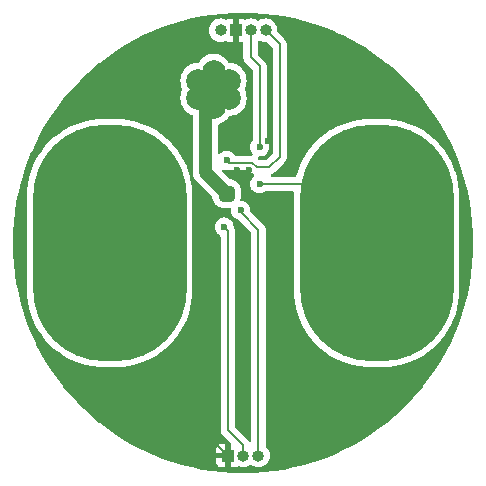
<source format=gbl>
%TF.GenerationSoftware,KiCad,Pcbnew,8.0.7*%
%TF.CreationDate,2024-12-04T21:33:04-06:00*%
%TF.ProjectId,b1,62312e6b-6963-4616-945f-706362585858,rev?*%
%TF.SameCoordinates,Original*%
%TF.FileFunction,Copper,L2,Bot*%
%TF.FilePolarity,Positive*%
%FSLAX46Y46*%
G04 Gerber Fmt 4.6, Leading zero omitted, Abs format (unit mm)*
G04 Created by KiCad (PCBNEW 8.0.7) date 2024-12-04 21:33:04*
%MOMM*%
%LPD*%
G01*
G04 APERTURE LIST*
G04 Aperture macros list*
%AMRoundRect*
0 Rectangle with rounded corners*
0 $1 Rounding radius*
0 $2 $3 $4 $5 $6 $7 $8 $9 X,Y pos of 4 corners*
0 Add a 4 corners polygon primitive as box body*
4,1,4,$2,$3,$4,$5,$6,$7,$8,$9,$2,$3,0*
0 Add four circle primitives for the rounded corners*
1,1,$1+$1,$2,$3*
1,1,$1+$1,$4,$5*
1,1,$1+$1,$6,$7*
1,1,$1+$1,$8,$9*
0 Add four rect primitives between the rounded corners*
20,1,$1+$1,$2,$3,$4,$5,0*
20,1,$1+$1,$4,$5,$6,$7,0*
20,1,$1+$1,$6,$7,$8,$9,0*
20,1,$1+$1,$8,$9,$2,$3,0*%
G04 Aperture macros list end*
%TA.AperFunction,ComponentPad*%
%ADD10O,1.000000X1.000000*%
%TD*%
%TA.AperFunction,ComponentPad*%
%ADD11R,1.000000X1.000000*%
%TD*%
%TA.AperFunction,ComponentPad*%
%ADD12C,2.000000*%
%TD*%
%TA.AperFunction,ComponentPad*%
%ADD13O,1.200000X3.200000*%
%TD*%
%TA.AperFunction,SMDPad,CuDef*%
%ADD14RoundRect,6.000000X0.500000X4.000000X-0.500000X4.000000X-0.500000X-4.000000X0.500000X-4.000000X0*%
%TD*%
%TA.AperFunction,ViaPad*%
%ADD15C,0.600000*%
%TD*%
%TA.AperFunction,Conductor*%
%ADD16C,0.200000*%
%TD*%
%TA.AperFunction,Conductor*%
%ADD17C,1.000000*%
%TD*%
%TA.AperFunction,Conductor*%
%ADD18C,0.800000*%
%TD*%
%TA.AperFunction,Conductor*%
%ADD19C,1.100000*%
%TD*%
G04 APERTURE END LIST*
D10*
%TO.P,J1,1,Pin_1*%
%TO.N,+3V0*%
X48095000Y-32000000D03*
D11*
%TO.P,J1,2,Pin_2*%
%TO.N,GND*%
X49365000Y-32000000D03*
D10*
%TO.P,J1,3,Pin_3*%
%TO.N,/SWIO*%
X50635000Y-32000000D03*
%TO.P,J1,4,Pin_4*%
%TO.N,/NRST*%
X51905000Y-32000000D03*
%TD*%
D12*
%TO.P,T51,1*%
%TO.N,+3V0*%
X47500000Y-37000000D03*
%TD*%
%TO.P,T55,1*%
%TO.N,+3V0*%
X46200961Y-37750000D03*
%TD*%
%TO.P,T53,1*%
%TO.N,+3V0*%
X48799038Y-37750000D03*
%TD*%
%TO.P,T51,1*%
%TO.N,+3V0*%
X47500000Y-35500000D03*
%TD*%
%TO.P,T56,1*%
%TO.N,+3V0*%
X46200961Y-36250000D03*
%TD*%
%TO.P,T52,1*%
%TO.N,+3V0*%
X48799038Y-36250000D03*
%TD*%
%TO.P,T54,1*%
%TO.N,+3V0*%
X47500000Y-38500000D03*
%TD*%
D13*
%TO.P,T1,1*%
%TO.N,GND*%
X50000000Y-51000000D03*
%TD*%
D11*
%TO.P,J2,1,Pin_1*%
%TO.N,GND*%
X48730000Y-68000000D03*
D10*
%TO.P,J2,2,Pin_2*%
%TO.N,/TX*%
X50000000Y-68000000D03*
%TO.P,J2,3,Pin_3*%
%TO.N,/RX*%
X51270000Y-68000000D03*
%TD*%
D14*
%TO.P,S2,1,1*%
%TO.N,/touch2*%
X61300000Y-50000000D03*
%TD*%
%TO.P,S1,1,1*%
%TO.N,/touch1*%
X38700000Y-50000000D03*
%TD*%
D15*
%TO.N,GND*%
X50500000Y-43800000D03*
X52500000Y-59700000D03*
X53500000Y-59700000D03*
X47460000Y-60000000D03*
X53500000Y-60300000D03*
X53000000Y-60600000D03*
X52500000Y-60300000D03*
X53000000Y-60000000D03*
X49500000Y-44500000D03*
X50500000Y-44500000D03*
X34221030Y-59670022D03*
X49500000Y-43800000D03*
X40675000Y-66263969D03*
X52085864Y-41383327D03*
X53000000Y-59400000D03*
%TO.N,+3V0*%
X48900000Y-46100000D03*
X48300000Y-46100000D03*
X48300000Y-45500000D03*
X48900000Y-45500000D03*
%TO.N,/NRST*%
X48604934Y-43000000D03*
%TO.N,/SWIO*%
X51400000Y-41874265D03*
%TO.N,/RX*%
X49800000Y-47244000D03*
%TO.N,/TX*%
X48396999Y-48647000D03*
%TO.N,/touch2*%
X51395066Y-44999999D03*
%TO.N,/touch1*%
X41990000Y-45000000D03*
%TD*%
D16*
%TO.N,GND*%
X52900000Y-59900000D02*
X53000000Y-60000000D01*
X50251472Y-51400000D02*
X49900000Y-51751472D01*
X47460000Y-66730000D02*
X47460000Y-60000000D01*
X50500000Y-51400000D02*
X50251472Y-51400000D01*
X48730000Y-68000000D02*
X47460000Y-66730000D01*
D17*
%TO.N,+3V0*%
X47500000Y-37000000D02*
X47498000Y-37002000D01*
D18*
X48900000Y-46100000D02*
X48900000Y-45500000D01*
X48900000Y-46100000D02*
X48300000Y-46100000D01*
X48300000Y-45500000D02*
X48900000Y-45500000D01*
D19*
X47498000Y-37002000D02*
X46800000Y-37700000D01*
X46800000Y-44000000D02*
X48300000Y-45500000D01*
D18*
X48300000Y-46100000D02*
X48300000Y-45500000D01*
D19*
X46800000Y-37700000D02*
X46800000Y-44000000D01*
D16*
%TO.N,/NRST*%
X53100000Y-33195000D02*
X51905000Y-32000000D01*
X48604934Y-43000000D02*
X48804934Y-43200000D01*
X52200000Y-43600000D02*
X53100000Y-42700000D01*
X53100000Y-42700000D02*
X53100000Y-33195000D01*
X48804934Y-43200000D02*
X50748529Y-43200000D01*
X51148529Y-43600000D02*
X52200000Y-43600000D01*
X50748529Y-43200000D02*
X51148529Y-43600000D01*
%TO.N,/SWIO*%
X51400000Y-35050000D02*
X50635000Y-34285000D01*
X51400000Y-41874265D02*
X51400000Y-35050000D01*
X50635000Y-34285000D02*
X50635000Y-32000000D01*
%TO.N,/RX*%
X51300000Y-48875000D02*
X51300000Y-67970000D01*
X51300000Y-67970000D02*
X51270000Y-68000000D01*
X49800000Y-47375000D02*
X51300000Y-48875000D01*
X49800000Y-47244000D02*
X49800000Y-47375000D01*
%TO.N,/TX*%
X50000000Y-67150000D02*
X50000000Y-68000000D01*
X48700000Y-48950001D02*
X48700000Y-65850000D01*
X48700000Y-65850000D02*
X50000000Y-67150000D01*
X48396999Y-48647000D02*
X48700000Y-48950001D01*
%TO.N,/touch2*%
X55299999Y-44999999D02*
X60300000Y-50000000D01*
X51395066Y-44999999D02*
X55299999Y-44999999D01*
%TD*%
%TA.AperFunction,Conductor*%
%TO.N,GND*%
G36*
X51417947Y-32874119D02*
G01*
X51490865Y-32913095D01*
X51516439Y-32926765D01*
X51520273Y-32928814D01*
X51708868Y-32986024D01*
X51905000Y-33005341D01*
X51988745Y-32997092D01*
X52057389Y-33010110D01*
X52088579Y-33032814D01*
X52463181Y-33407416D01*
X52496666Y-33468739D01*
X52499500Y-33495097D01*
X52499500Y-42399903D01*
X52479815Y-42466942D01*
X52463181Y-42487584D01*
X51987584Y-42963181D01*
X51926261Y-42996666D01*
X51899903Y-42999500D01*
X51448626Y-42999500D01*
X51381587Y-42979815D01*
X51360945Y-42963181D01*
X51287233Y-42889469D01*
X51253748Y-42828146D01*
X51258732Y-42758454D01*
X51300604Y-42702521D01*
X51366068Y-42678104D01*
X51388799Y-42678568D01*
X51399999Y-42679830D01*
X51400000Y-42679830D01*
X51400004Y-42679830D01*
X51579249Y-42659634D01*
X51579252Y-42659633D01*
X51579255Y-42659633D01*
X51749522Y-42600054D01*
X51902262Y-42504081D01*
X52029816Y-42376527D01*
X52125789Y-42223787D01*
X52185368Y-42053520D01*
X52205565Y-41874265D01*
X52194381Y-41775005D01*
X52185369Y-41695015D01*
X52185368Y-41695010D01*
X52125789Y-41524743D01*
X52029816Y-41372003D01*
X52029814Y-41372001D01*
X52029813Y-41371999D01*
X52027550Y-41369161D01*
X52026659Y-41366980D01*
X52026111Y-41366107D01*
X52026264Y-41366010D01*
X52001144Y-41304474D01*
X52000500Y-41291852D01*
X52000500Y-34970945D01*
X52000500Y-34970943D01*
X51959577Y-34818216D01*
X51929153Y-34765520D01*
X51880524Y-34681290D01*
X51880521Y-34681286D01*
X51880520Y-34681284D01*
X51768716Y-34569480D01*
X51768715Y-34569479D01*
X51764385Y-34565149D01*
X51764374Y-34565139D01*
X51271819Y-34072584D01*
X51238334Y-34011261D01*
X51235500Y-33984903D01*
X51235500Y-32983480D01*
X51255185Y-32916441D01*
X51307989Y-32870686D01*
X51377147Y-32860742D01*
X51417947Y-32874119D01*
G37*
%TD.AperFunction*%
%TA.AperFunction,Conductor*%
G36*
X50872098Y-30520073D02*
G01*
X50877594Y-30520320D01*
X51745187Y-30578814D01*
X51750651Y-30579306D01*
X52614743Y-30676666D01*
X52620207Y-30677406D01*
X53479039Y-30813432D01*
X53484454Y-30814414D01*
X54336342Y-30988839D01*
X54341756Y-30990075D01*
X54672905Y-31073518D01*
X55184878Y-31202524D01*
X55190242Y-31204004D01*
X56023020Y-31454075D01*
X56028288Y-31455787D01*
X56849026Y-31742977D01*
X56854235Y-31744932D01*
X57661206Y-32068631D01*
X57666323Y-32070818D01*
X57981146Y-32213817D01*
X58457990Y-32430410D01*
X58462965Y-32432806D01*
X59015779Y-32714478D01*
X59237725Y-32827565D01*
X59242625Y-32830202D01*
X59998856Y-33259303D01*
X60003629Y-33262154D01*
X60292613Y-33443735D01*
X60739867Y-33724763D01*
X60744511Y-33727829D01*
X61459232Y-34222989D01*
X61463734Y-34226260D01*
X61914505Y-34569478D01*
X62136726Y-34738678D01*
X62155513Y-34752982D01*
X62159861Y-34756449D01*
X62297277Y-34871172D01*
X62827343Y-35313702D01*
X62831528Y-35317359D01*
X62857290Y-35340906D01*
X63473328Y-35903990D01*
X63477350Y-35907836D01*
X64092163Y-36522649D01*
X64096009Y-36526671D01*
X64574179Y-37049810D01*
X64682636Y-37168466D01*
X64686297Y-37172656D01*
X65243548Y-37840135D01*
X65247017Y-37844486D01*
X65773739Y-38536265D01*
X65777010Y-38540767D01*
X66272170Y-39255488D01*
X66275236Y-39260132D01*
X66737842Y-39996366D01*
X66740696Y-40001143D01*
X67169797Y-40757374D01*
X67172434Y-40762274D01*
X67567184Y-41537015D01*
X67569598Y-41542029D01*
X67929181Y-42333676D01*
X67931368Y-42338793D01*
X68255067Y-43145764D01*
X68257022Y-43150973D01*
X68544212Y-43971711D01*
X68545932Y-43977004D01*
X68795995Y-44809757D01*
X68797475Y-44815121D01*
X69009922Y-45658237D01*
X69011161Y-45663662D01*
X69185579Y-46515515D01*
X69186572Y-46520990D01*
X69322589Y-47379767D01*
X69323336Y-47385281D01*
X69420689Y-48249309D01*
X69421188Y-48254852D01*
X69479677Y-49122373D01*
X69479927Y-49127932D01*
X69499437Y-49997218D01*
X69499437Y-50002782D01*
X69479927Y-50872067D01*
X69479677Y-50877626D01*
X69421188Y-51745147D01*
X69420689Y-51750690D01*
X69323336Y-52614718D01*
X69322589Y-52620232D01*
X69186572Y-53479009D01*
X69185579Y-53484484D01*
X69011161Y-54336337D01*
X69009922Y-54341762D01*
X68797475Y-55184878D01*
X68795995Y-55190242D01*
X68545932Y-56022995D01*
X68544212Y-56028288D01*
X68257022Y-56849026D01*
X68255067Y-56854235D01*
X67931368Y-57661206D01*
X67929181Y-57666323D01*
X67569598Y-58457970D01*
X67567184Y-58462984D01*
X67172434Y-59237725D01*
X67169797Y-59242625D01*
X66740696Y-59998856D01*
X66737842Y-60003633D01*
X66275236Y-60739867D01*
X66272170Y-60744511D01*
X65777010Y-61459232D01*
X65773739Y-61463734D01*
X65247017Y-62155513D01*
X65243548Y-62159864D01*
X64686297Y-62827343D01*
X64682636Y-62831533D01*
X64096009Y-63473328D01*
X64092163Y-63477350D01*
X63477350Y-64092163D01*
X63473328Y-64096009D01*
X62831533Y-64682636D01*
X62827343Y-64686297D01*
X62159864Y-65243548D01*
X62155513Y-65247017D01*
X61463734Y-65773739D01*
X61459232Y-65777010D01*
X60744511Y-66272170D01*
X60739867Y-66275236D01*
X60003633Y-66737842D01*
X59998856Y-66740696D01*
X59242625Y-67169797D01*
X59237725Y-67172434D01*
X58462984Y-67567184D01*
X58457970Y-67569598D01*
X57666323Y-67929181D01*
X57661206Y-67931368D01*
X56854235Y-68255067D01*
X56849026Y-68257022D01*
X56028288Y-68544212D01*
X56022995Y-68545932D01*
X55190242Y-68795995D01*
X55184878Y-68797475D01*
X54341762Y-69009922D01*
X54336337Y-69011161D01*
X53484484Y-69185579D01*
X53479009Y-69186572D01*
X52620232Y-69322589D01*
X52614718Y-69323336D01*
X51750690Y-69420689D01*
X51745147Y-69421188D01*
X50877626Y-69479677D01*
X50872067Y-69479927D01*
X50002782Y-69499437D01*
X49997218Y-69499437D01*
X49127932Y-69479927D01*
X49122373Y-69479677D01*
X48254852Y-69421188D01*
X48249309Y-69420689D01*
X47385281Y-69323336D01*
X47379767Y-69322589D01*
X46520990Y-69186572D01*
X46515515Y-69185579D01*
X45663662Y-69011161D01*
X45658237Y-69009922D01*
X44815121Y-68797475D01*
X44809757Y-68795995D01*
X43983371Y-68547844D01*
X47730000Y-68547844D01*
X47736401Y-68607372D01*
X47736403Y-68607379D01*
X47786645Y-68742086D01*
X47786649Y-68742093D01*
X47872809Y-68857187D01*
X47872812Y-68857190D01*
X47987906Y-68943350D01*
X47987913Y-68943354D01*
X48122620Y-68993596D01*
X48122627Y-68993598D01*
X48182155Y-68999999D01*
X48182172Y-69000000D01*
X48480000Y-69000000D01*
X48480000Y-68250000D01*
X47730000Y-68250000D01*
X47730000Y-68547844D01*
X43983371Y-68547844D01*
X43977004Y-68545932D01*
X43971711Y-68544212D01*
X43150973Y-68257022D01*
X43145764Y-68255067D01*
X42435508Y-67970163D01*
X48580000Y-67970163D01*
X48580000Y-68029837D01*
X48602836Y-68084968D01*
X48645032Y-68127164D01*
X48700163Y-68150000D01*
X48759837Y-68150000D01*
X48814968Y-68127164D01*
X48857164Y-68084968D01*
X48880000Y-68029837D01*
X48880000Y-67970163D01*
X48857164Y-67915032D01*
X48814968Y-67872836D01*
X48759837Y-67850000D01*
X48700163Y-67850000D01*
X48645032Y-67872836D01*
X48602836Y-67915032D01*
X48580000Y-67970163D01*
X42435508Y-67970163D01*
X42338793Y-67931368D01*
X42333676Y-67929181D01*
X41542029Y-67569598D01*
X41537015Y-67567184D01*
X41311258Y-67452155D01*
X47730000Y-67452155D01*
X47730000Y-67750000D01*
X48480000Y-67750000D01*
X48480000Y-67000000D01*
X48182155Y-67000000D01*
X48122627Y-67006401D01*
X48122620Y-67006403D01*
X47987913Y-67056645D01*
X47987906Y-67056649D01*
X47872812Y-67142809D01*
X47872809Y-67142812D01*
X47786649Y-67257906D01*
X47786645Y-67257913D01*
X47736403Y-67392620D01*
X47736401Y-67392627D01*
X47730000Y-67452155D01*
X41311258Y-67452155D01*
X40762274Y-67172434D01*
X40757374Y-67169797D01*
X40001143Y-66740696D01*
X39996366Y-66737842D01*
X39260132Y-66275236D01*
X39255488Y-66272170D01*
X38540767Y-65777010D01*
X38536265Y-65773739D01*
X37844486Y-65247017D01*
X37840135Y-65243548D01*
X37172656Y-64686297D01*
X37168466Y-64682636D01*
X36526671Y-64096009D01*
X36522649Y-64092163D01*
X35907836Y-63477350D01*
X35903990Y-63473328D01*
X35317363Y-62831533D01*
X35313702Y-62827343D01*
X34756451Y-62159864D01*
X34752982Y-62155513D01*
X34226260Y-61463734D01*
X34222989Y-61459232D01*
X33727829Y-60744511D01*
X33724763Y-60739867D01*
X33262157Y-60003633D01*
X33259303Y-59998856D01*
X32830202Y-59242625D01*
X32827565Y-59237725D01*
X32502676Y-58600094D01*
X32432806Y-58462965D01*
X32430410Y-58457990D01*
X32070818Y-57666323D01*
X32068631Y-57661206D01*
X31744932Y-56854235D01*
X31742977Y-56849026D01*
X31455787Y-56028288D01*
X31454075Y-56023020D01*
X31204004Y-55190242D01*
X31202524Y-55184878D01*
X30990077Y-54341762D01*
X30988838Y-54336337D01*
X30840197Y-53610376D01*
X30814414Y-53484454D01*
X30813432Y-53479039D01*
X30677406Y-52620207D01*
X30676666Y-52614743D01*
X30579306Y-51750651D01*
X30578814Y-51745187D01*
X30520320Y-50877594D01*
X30520073Y-50872098D01*
X30500562Y-50002762D01*
X30500562Y-49997218D01*
X30513487Y-49421350D01*
X30520073Y-49127899D01*
X30520320Y-49122407D01*
X30578814Y-48254808D01*
X30579306Y-48249352D01*
X30676667Y-47385250D01*
X30677405Y-47379798D01*
X30813433Y-46520952D01*
X30814413Y-46515553D01*
X30946115Y-45872321D01*
X31699500Y-45872321D01*
X31699500Y-54127678D01*
X31714537Y-54510412D01*
X31714538Y-54510427D01*
X31774575Y-55017666D01*
X31774576Y-55017676D01*
X31774578Y-55017687D01*
X31774581Y-55017702D01*
X31874229Y-55518670D01*
X31874234Y-55518693D01*
X32012887Y-56010314D01*
X32012888Y-56010320D01*
X32189685Y-56489549D01*
X32189687Y-56489553D01*
X32403543Y-56953442D01*
X32653136Y-57399123D01*
X32936927Y-57823846D01*
X32936929Y-57823848D01*
X32936931Y-57823852D01*
X33253160Y-58224987D01*
X33253171Y-58225000D01*
X33392632Y-58375867D01*
X33599906Y-58600094D01*
X33794583Y-58780052D01*
X33974999Y-58946828D01*
X33975012Y-58946839D01*
X34376147Y-59263068D01*
X34376148Y-59263068D01*
X34376154Y-59263073D01*
X34800877Y-59546864D01*
X35246558Y-59796457D01*
X35710447Y-60010313D01*
X35710450Y-60010314D01*
X36189679Y-60187111D01*
X36189680Y-60187111D01*
X36189685Y-60187113D01*
X36681317Y-60325768D01*
X37182313Y-60425422D01*
X37460677Y-60458368D01*
X37689572Y-60485461D01*
X37689577Y-60485461D01*
X37689583Y-60485462D01*
X37798939Y-60489758D01*
X38072322Y-60500500D01*
X38072332Y-60500500D01*
X39327678Y-60500500D01*
X39582834Y-60490474D01*
X39710417Y-60485462D01*
X39710423Y-60485461D01*
X39710427Y-60485461D01*
X39849599Y-60468988D01*
X40217687Y-60425422D01*
X40718683Y-60325768D01*
X41210315Y-60187113D01*
X41689553Y-60010313D01*
X42153442Y-59796457D01*
X42599123Y-59546864D01*
X43023846Y-59263073D01*
X43424995Y-58946833D01*
X43800094Y-58600094D01*
X44146833Y-58224995D01*
X44463073Y-57823846D01*
X44746864Y-57399123D01*
X44996457Y-56953442D01*
X45210313Y-56489553D01*
X45387113Y-56010315D01*
X45525768Y-55518683D01*
X45625422Y-55017687D01*
X45685462Y-54510417D01*
X45700500Y-54127668D01*
X45700500Y-45872332D01*
X45697083Y-45785368D01*
X45685462Y-45489587D01*
X45685461Y-45489572D01*
X45636208Y-45073446D01*
X45625422Y-44982313D01*
X45525768Y-44481317D01*
X45387113Y-43989685D01*
X45377779Y-43964385D01*
X45210314Y-43510450D01*
X45210313Y-43510447D01*
X44996457Y-43046558D01*
X44746864Y-42600877D01*
X44463073Y-42176154D01*
X44463068Y-42176148D01*
X44463068Y-42176147D01*
X44146839Y-41775012D01*
X44146828Y-41774999D01*
X44024319Y-41642471D01*
X43800094Y-41399906D01*
X43575867Y-41192632D01*
X43425000Y-41053171D01*
X43424987Y-41053160D01*
X43023852Y-40736931D01*
X43023849Y-40736929D01*
X43023846Y-40736927D01*
X42599123Y-40453136D01*
X42153442Y-40203543D01*
X41689553Y-39989687D01*
X41689554Y-39989687D01*
X41689549Y-39989685D01*
X41210320Y-39812888D01*
X41210315Y-39812887D01*
X41024477Y-39760475D01*
X40718693Y-39674234D01*
X40718670Y-39674229D01*
X40217702Y-39574581D01*
X40217687Y-39574578D01*
X40217676Y-39574576D01*
X40217666Y-39574575D01*
X39710427Y-39514538D01*
X39710412Y-39514537D01*
X39327678Y-39499500D01*
X39327668Y-39499500D01*
X38072332Y-39499500D01*
X38072322Y-39499500D01*
X37689587Y-39514537D01*
X37689572Y-39514538D01*
X37182333Y-39574575D01*
X37182319Y-39574577D01*
X37182313Y-39574578D01*
X37182302Y-39574580D01*
X37182297Y-39574581D01*
X36681329Y-39674229D01*
X36681306Y-39674234D01*
X36189685Y-39812887D01*
X36189679Y-39812888D01*
X35710450Y-39989685D01*
X35424240Y-40121630D01*
X35246558Y-40203543D01*
X34975949Y-40355091D01*
X34800878Y-40453135D01*
X34376151Y-40736929D01*
X34376147Y-40736931D01*
X33975012Y-41053160D01*
X33974999Y-41053171D01*
X33599906Y-41399906D01*
X33253171Y-41774999D01*
X33253160Y-41775012D01*
X32936931Y-42176147D01*
X32936929Y-42176151D01*
X32653135Y-42600878D01*
X32609887Y-42678104D01*
X32403543Y-43046558D01*
X32337078Y-43190732D01*
X32189685Y-43510450D01*
X32012888Y-43989679D01*
X32012887Y-43989685D01*
X31874234Y-44481306D01*
X31874229Y-44481329D01*
X31774581Y-44982297D01*
X31774575Y-44982333D01*
X31714538Y-45489572D01*
X31714537Y-45489587D01*
X31699500Y-45872321D01*
X30946115Y-45872321D01*
X30988841Y-45663648D01*
X30990077Y-45658237D01*
X30997240Y-45629813D01*
X31202525Y-44815114D01*
X31204004Y-44809757D01*
X31246074Y-44669657D01*
X31454079Y-43976966D01*
X31455787Y-43971711D01*
X31742977Y-43150973D01*
X31744932Y-43145764D01*
X31804740Y-42996666D01*
X32068632Y-42338789D01*
X32070818Y-42333676D01*
X32097828Y-42274211D01*
X32430418Y-41541992D01*
X32432797Y-41537051D01*
X32827572Y-40762259D01*
X32830202Y-40757374D01*
X33002833Y-40453136D01*
X33259317Y-40001119D01*
X33262142Y-39996390D01*
X33724776Y-39260111D01*
X33727815Y-39255508D01*
X34222994Y-38540759D01*
X34226260Y-38536265D01*
X34562669Y-38094437D01*
X34753001Y-37844461D01*
X34756431Y-37840159D01*
X35313726Y-37172628D01*
X35317339Y-37168493D01*
X35904011Y-36526648D01*
X35907814Y-36522671D01*
X36180491Y-36249994D01*
X44695318Y-36249994D01*
X44695318Y-36250005D01*
X44715851Y-36497812D01*
X44715853Y-36497824D01*
X44776898Y-36738881D01*
X44869586Y-36950190D01*
X44878489Y-37019490D01*
X44869586Y-37049810D01*
X44776898Y-37261118D01*
X44715853Y-37502175D01*
X44715851Y-37502187D01*
X44695318Y-37749994D01*
X44695318Y-37750005D01*
X44715851Y-37997812D01*
X44715853Y-37997824D01*
X44776897Y-38238881D01*
X44876787Y-38466606D01*
X45012794Y-38674782D01*
X45012797Y-38674785D01*
X45181217Y-38857738D01*
X45377452Y-39010474D01*
X45596151Y-39128828D01*
X45665765Y-39152726D01*
X45722777Y-39193109D01*
X45748908Y-39257909D01*
X45749500Y-39270006D01*
X45749500Y-44103469D01*
X45789868Y-44306412D01*
X45789870Y-44306420D01*
X45862310Y-44481306D01*
X45869059Y-44497598D01*
X45869152Y-44497737D01*
X45984024Y-44669657D01*
X46134664Y-44820297D01*
X46134686Y-44820317D01*
X47363181Y-46048812D01*
X47396666Y-46110135D01*
X47399500Y-46136493D01*
X47399500Y-46188695D01*
X47434103Y-46362658D01*
X47434106Y-46362667D01*
X47501983Y-46526540D01*
X47501990Y-46526553D01*
X47600535Y-46674034D01*
X47600538Y-46674038D01*
X47725961Y-46799461D01*
X47725965Y-46799464D01*
X47873446Y-46898009D01*
X47873459Y-46898016D01*
X47996363Y-46948923D01*
X48037334Y-46965894D01*
X48037336Y-46965894D01*
X48037341Y-46965896D01*
X48211304Y-47000499D01*
X48211307Y-47000500D01*
X48883114Y-47000500D01*
X48950153Y-47020185D01*
X48995908Y-47072989D01*
X49006334Y-47138383D01*
X48994435Y-47243995D01*
X48994435Y-47244003D01*
X49014630Y-47423249D01*
X49014631Y-47423254D01*
X49074211Y-47593523D01*
X49170184Y-47746262D01*
X49297738Y-47873816D01*
X49450478Y-47969789D01*
X49570016Y-48011617D01*
X49616742Y-48040977D01*
X50663181Y-49087416D01*
X50696666Y-49148739D01*
X50699500Y-49175097D01*
X50699500Y-66701372D01*
X50679815Y-66768411D01*
X50627011Y-66814166D01*
X50557853Y-66824110D01*
X50494297Y-66795085D01*
X50486493Y-66786804D01*
X50486267Y-66787031D01*
X49336819Y-65637583D01*
X49303334Y-65576260D01*
X49300500Y-65549902D01*
X49300500Y-48870946D01*
X49300500Y-48870944D01*
X49259577Y-48718217D01*
X49259577Y-48718216D01*
X49218460Y-48647000D01*
X49211644Y-48635195D01*
X49195812Y-48587078D01*
X49182368Y-48467750D01*
X49182367Y-48467745D01*
X49122787Y-48297476D01*
X49026814Y-48144737D01*
X48899261Y-48017184D01*
X48746522Y-47921211D01*
X48576253Y-47861631D01*
X48576248Y-47861630D01*
X48397003Y-47841435D01*
X48396995Y-47841435D01*
X48217749Y-47861630D01*
X48217744Y-47861631D01*
X48047475Y-47921211D01*
X47894736Y-48017184D01*
X47767183Y-48144737D01*
X47671210Y-48297476D01*
X47611630Y-48467745D01*
X47611629Y-48467750D01*
X47591434Y-48646996D01*
X47591434Y-48647000D01*
X47611629Y-48826249D01*
X47611630Y-48826254D01*
X47671210Y-48996523D01*
X47751143Y-49123735D01*
X47767183Y-49149262D01*
X47894737Y-49276816D01*
X48041473Y-49369016D01*
X48087763Y-49421350D01*
X48099500Y-49474009D01*
X48099500Y-65763330D01*
X48099499Y-65763348D01*
X48099499Y-65929054D01*
X48099498Y-65929054D01*
X48140423Y-66081785D01*
X48169358Y-66131900D01*
X48169359Y-66131904D01*
X48169360Y-66131904D01*
X48219479Y-66218714D01*
X48219481Y-66218717D01*
X48338349Y-66337585D01*
X48338354Y-66337589D01*
X48943681Y-66942917D01*
X48977166Y-67004239D01*
X48980000Y-67030597D01*
X48980000Y-69000000D01*
X49277828Y-69000000D01*
X49277844Y-68999999D01*
X49337372Y-68993598D01*
X49337376Y-68993597D01*
X49472089Y-68943351D01*
X49479890Y-68937512D01*
X49545353Y-68913091D01*
X49609529Y-68926751D01*
X49609641Y-68926482D01*
X49611100Y-68927086D01*
X49612663Y-68927419D01*
X49615273Y-68928814D01*
X49803868Y-68986024D01*
X50000000Y-69005341D01*
X50196132Y-68986024D01*
X50384727Y-68928814D01*
X50558538Y-68835910D01*
X50558544Y-68835904D01*
X50563607Y-68832523D01*
X50564703Y-68834164D01*
X50620639Y-68810405D01*
X50689507Y-68822194D01*
X50706148Y-68832888D01*
X50706393Y-68832523D01*
X50711458Y-68835907D01*
X50711462Y-68835910D01*
X50885273Y-68928814D01*
X51073868Y-68986024D01*
X51270000Y-69005341D01*
X51466132Y-68986024D01*
X51654727Y-68928814D01*
X51828538Y-68835910D01*
X51980883Y-68710883D01*
X52105910Y-68558538D01*
X52198814Y-68384727D01*
X52256024Y-68196132D01*
X52275341Y-68000000D01*
X52256024Y-67803868D01*
X52198814Y-67615273D01*
X52198811Y-67615269D01*
X52198811Y-67615266D01*
X52105913Y-67441467D01*
X52105909Y-67441460D01*
X51980883Y-67289116D01*
X51945835Y-67260353D01*
X51906501Y-67202607D01*
X51900500Y-67164500D01*
X51900500Y-48795945D01*
X51900500Y-48795943D01*
X51859577Y-48643216D01*
X51827166Y-48587078D01*
X51780524Y-48506290D01*
X51780521Y-48506286D01*
X51780520Y-48506284D01*
X51668716Y-48394480D01*
X51668715Y-48394479D01*
X51664385Y-48390149D01*
X51664374Y-48390139D01*
X50638946Y-47364711D01*
X50605461Y-47303388D01*
X50603407Y-47263147D01*
X50605565Y-47244000D01*
X50585368Y-47064745D01*
X50525789Y-46894478D01*
X50429816Y-46741738D01*
X50302262Y-46614184D01*
X50149523Y-46518211D01*
X49979254Y-46458631D01*
X49979250Y-46458630D01*
X49885951Y-46448118D01*
X49821537Y-46421051D01*
X49781982Y-46363456D01*
X49778218Y-46300708D01*
X49800500Y-46188691D01*
X49800500Y-45411309D01*
X49800500Y-45411306D01*
X49800499Y-45411304D01*
X49765896Y-45237341D01*
X49765893Y-45237332D01*
X49698016Y-45073459D01*
X49698009Y-45073446D01*
X49599464Y-44925965D01*
X49599461Y-44925961D01*
X49474038Y-44800538D01*
X49474034Y-44800535D01*
X49326553Y-44701990D01*
X49326540Y-44701983D01*
X49162667Y-44634106D01*
X49162658Y-44634103D01*
X48988694Y-44599500D01*
X48988691Y-44599500D01*
X48936493Y-44599500D01*
X48869454Y-44579815D01*
X48848812Y-44563181D01*
X48264245Y-43978614D01*
X48230760Y-43917291D01*
X48235744Y-43847599D01*
X48277616Y-43791666D01*
X48343080Y-43767249D01*
X48392882Y-43773892D01*
X48425674Y-43785367D01*
X48425684Y-43785369D01*
X48604931Y-43805565D01*
X48604934Y-43805565D01*
X48680063Y-43797099D01*
X48717751Y-43799924D01*
X48717815Y-43799440D01*
X48725874Y-43800501D01*
X48725877Y-43800501D01*
X48891588Y-43800501D01*
X48891604Y-43800500D01*
X50448432Y-43800500D01*
X50515471Y-43820185D01*
X50536113Y-43836819D01*
X50663668Y-43964374D01*
X50663678Y-43964385D01*
X50779814Y-44080521D01*
X50817489Y-44102272D01*
X50900726Y-44150329D01*
X50948941Y-44200894D01*
X50962165Y-44269501D01*
X50936197Y-44334366D01*
X50904701Y-44362707D01*
X50892805Y-44370181D01*
X50765250Y-44497736D01*
X50669277Y-44650475D01*
X50609697Y-44820744D01*
X50609696Y-44820749D01*
X50589501Y-44999995D01*
X50589501Y-45000002D01*
X50609696Y-45179248D01*
X50609697Y-45179253D01*
X50669277Y-45349522D01*
X50708099Y-45411306D01*
X50765250Y-45502261D01*
X50892804Y-45629815D01*
X51045544Y-45725788D01*
X51215811Y-45785367D01*
X51215816Y-45785368D01*
X51395062Y-45805564D01*
X51395066Y-45805564D01*
X51395070Y-45805564D01*
X51574315Y-45785368D01*
X51574318Y-45785367D01*
X51574321Y-45785367D01*
X51744588Y-45725788D01*
X51897328Y-45629815D01*
X51897333Y-45629809D01*
X51900163Y-45627554D01*
X51902341Y-45626664D01*
X51903224Y-45626110D01*
X51903321Y-45626264D01*
X51964849Y-45601144D01*
X51977478Y-45600499D01*
X54181213Y-45600499D01*
X54248252Y-45620184D01*
X54294007Y-45672988D01*
X54305117Y-45729367D01*
X54299500Y-45872321D01*
X54299500Y-54127678D01*
X54314537Y-54510412D01*
X54314538Y-54510427D01*
X54374575Y-55017666D01*
X54374576Y-55017676D01*
X54374578Y-55017687D01*
X54374581Y-55017702D01*
X54474229Y-55518670D01*
X54474234Y-55518693D01*
X54612887Y-56010314D01*
X54612888Y-56010320D01*
X54789685Y-56489549D01*
X54789687Y-56489553D01*
X55003543Y-56953442D01*
X55253136Y-57399123D01*
X55536927Y-57823846D01*
X55536929Y-57823848D01*
X55536931Y-57823852D01*
X55853160Y-58224987D01*
X55853171Y-58225000D01*
X55992632Y-58375867D01*
X56199906Y-58600094D01*
X56394583Y-58780052D01*
X56574999Y-58946828D01*
X56575012Y-58946839D01*
X56976147Y-59263068D01*
X56976148Y-59263068D01*
X56976154Y-59263073D01*
X57400877Y-59546864D01*
X57846558Y-59796457D01*
X58310447Y-60010313D01*
X58310450Y-60010314D01*
X58789679Y-60187111D01*
X58789680Y-60187111D01*
X58789685Y-60187113D01*
X59281317Y-60325768D01*
X59782313Y-60425422D01*
X60060677Y-60458368D01*
X60289572Y-60485461D01*
X60289577Y-60485461D01*
X60289583Y-60485462D01*
X60398939Y-60489758D01*
X60672322Y-60500500D01*
X60672332Y-60500500D01*
X61927678Y-60500500D01*
X62182834Y-60490474D01*
X62310417Y-60485462D01*
X62310423Y-60485461D01*
X62310427Y-60485461D01*
X62449599Y-60468988D01*
X62817687Y-60425422D01*
X63318683Y-60325768D01*
X63810315Y-60187113D01*
X64289553Y-60010313D01*
X64753442Y-59796457D01*
X65199123Y-59546864D01*
X65623846Y-59263073D01*
X66024995Y-58946833D01*
X66400094Y-58600094D01*
X66746833Y-58224995D01*
X67063073Y-57823846D01*
X67346864Y-57399123D01*
X67596457Y-56953442D01*
X67810313Y-56489553D01*
X67987113Y-56010315D01*
X68125768Y-55518683D01*
X68225422Y-55017687D01*
X68285462Y-54510417D01*
X68300500Y-54127668D01*
X68300500Y-45872332D01*
X68297083Y-45785368D01*
X68285462Y-45489587D01*
X68285461Y-45489572D01*
X68236208Y-45073446D01*
X68225422Y-44982313D01*
X68125768Y-44481317D01*
X67987113Y-43989685D01*
X67977779Y-43964385D01*
X67810314Y-43510450D01*
X67810313Y-43510447D01*
X67596457Y-43046558D01*
X67346864Y-42600877D01*
X67063073Y-42176154D01*
X67063068Y-42176148D01*
X67063068Y-42176147D01*
X66746839Y-41775012D01*
X66746828Y-41774999D01*
X66624319Y-41642471D01*
X66400094Y-41399906D01*
X66175867Y-41192632D01*
X66025000Y-41053171D01*
X66024987Y-41053160D01*
X65623852Y-40736931D01*
X65623849Y-40736929D01*
X65623846Y-40736927D01*
X65199123Y-40453136D01*
X64753442Y-40203543D01*
X64289553Y-39989687D01*
X64289554Y-39989687D01*
X64289549Y-39989685D01*
X63810320Y-39812888D01*
X63810315Y-39812887D01*
X63624477Y-39760475D01*
X63318693Y-39674234D01*
X63318670Y-39674229D01*
X62817702Y-39574581D01*
X62817687Y-39574578D01*
X62817676Y-39574576D01*
X62817666Y-39574575D01*
X62310427Y-39514538D01*
X62310412Y-39514537D01*
X61927678Y-39499500D01*
X61927668Y-39499500D01*
X60672332Y-39499500D01*
X60672322Y-39499500D01*
X60289587Y-39514537D01*
X60289572Y-39514538D01*
X59782333Y-39574575D01*
X59782319Y-39574577D01*
X59782313Y-39574578D01*
X59782302Y-39574580D01*
X59782297Y-39574581D01*
X59281329Y-39674229D01*
X59281306Y-39674234D01*
X58789685Y-39812887D01*
X58789679Y-39812888D01*
X58310450Y-39989685D01*
X58024240Y-40121630D01*
X57846558Y-40203543D01*
X57575949Y-40355091D01*
X57400878Y-40453135D01*
X56976151Y-40736929D01*
X56976147Y-40736931D01*
X56575012Y-41053160D01*
X56574999Y-41053171D01*
X56199906Y-41399906D01*
X55853171Y-41774999D01*
X55853160Y-41775012D01*
X55536931Y-42176147D01*
X55536929Y-42176151D01*
X55253135Y-42600878D01*
X55209887Y-42678104D01*
X55003543Y-43046558D01*
X54937078Y-43190732D01*
X54789685Y-43510450D01*
X54612888Y-43989679D01*
X54612887Y-43989685D01*
X54553431Y-44200501D01*
X54522786Y-44309158D01*
X54485644Y-44368337D01*
X54422402Y-44398041D01*
X54403442Y-44399499D01*
X52475953Y-44399499D01*
X52408914Y-44379814D01*
X52363159Y-44327010D01*
X52353215Y-44257852D01*
X52382240Y-44194296D01*
X52424746Y-44163644D01*
X52424745Y-44163642D01*
X52424772Y-44163626D01*
X52428499Y-44160939D01*
X52431780Y-44159579D01*
X52431782Y-44159577D01*
X52431785Y-44159577D01*
X52481904Y-44130639D01*
X52568716Y-44080520D01*
X52680520Y-43968716D01*
X52680520Y-43968714D01*
X52690728Y-43958507D01*
X52690730Y-43958504D01*
X53458506Y-43190728D01*
X53458511Y-43190724D01*
X53468714Y-43180520D01*
X53468716Y-43180520D01*
X53580520Y-43068716D01*
X53649349Y-42949500D01*
X53659577Y-42931785D01*
X53700500Y-42779058D01*
X53700500Y-42620943D01*
X53700500Y-33115943D01*
X53681595Y-33045386D01*
X53659577Y-32963215D01*
X53630639Y-32913095D01*
X53580520Y-32826284D01*
X53468716Y-32714480D01*
X53468715Y-32714479D01*
X53464385Y-32710149D01*
X53464374Y-32710139D01*
X52937814Y-32183579D01*
X52904329Y-32122256D01*
X52902092Y-32083747D01*
X52910341Y-32000000D01*
X52891024Y-31803868D01*
X52833814Y-31615273D01*
X52833811Y-31615269D01*
X52833811Y-31615266D01*
X52740913Y-31441467D01*
X52740909Y-31441460D01*
X52615883Y-31289116D01*
X52463539Y-31164090D01*
X52463532Y-31164086D01*
X52289733Y-31071188D01*
X52289727Y-31071186D01*
X52101132Y-31013976D01*
X52101129Y-31013975D01*
X51905000Y-30994659D01*
X51708870Y-31013975D01*
X51520266Y-31071188D01*
X51346467Y-31164086D01*
X51341399Y-31167473D01*
X51340305Y-31165836D01*
X51284337Y-31189596D01*
X51215471Y-31177795D01*
X51198843Y-31167109D01*
X51198601Y-31167473D01*
X51193532Y-31164086D01*
X51019733Y-31071188D01*
X51019727Y-31071186D01*
X50831132Y-31013976D01*
X50831129Y-31013975D01*
X50635000Y-30994659D01*
X50438870Y-31013975D01*
X50354246Y-31039645D01*
X50250273Y-31071186D01*
X50250270Y-31071187D01*
X50250268Y-31071188D01*
X50247647Y-31072589D01*
X50246118Y-31072907D01*
X50244646Y-31073517D01*
X50244530Y-31073237D01*
X50179243Y-31086823D01*
X50114894Y-31062490D01*
X50107091Y-31056648D01*
X49972376Y-31006402D01*
X49972372Y-31006401D01*
X49912844Y-31000000D01*
X49615000Y-31000000D01*
X49615000Y-33000000D01*
X49910500Y-33000000D01*
X49977539Y-33019685D01*
X50023294Y-33072489D01*
X50034500Y-33124000D01*
X50034500Y-34198330D01*
X50034499Y-34198348D01*
X50034499Y-34364054D01*
X50034498Y-34364054D01*
X50075423Y-34516785D01*
X50104358Y-34566900D01*
X50104359Y-34566904D01*
X50104360Y-34566904D01*
X50154479Y-34653714D01*
X50154481Y-34653717D01*
X50273349Y-34772585D01*
X50273355Y-34772590D01*
X50763181Y-35262416D01*
X50796666Y-35323739D01*
X50799500Y-35350097D01*
X50799500Y-41291852D01*
X50779815Y-41358891D01*
X50772450Y-41369161D01*
X50770186Y-41371999D01*
X50674211Y-41524741D01*
X50614631Y-41695010D01*
X50614630Y-41695015D01*
X50594435Y-41874261D01*
X50594435Y-41874268D01*
X50614630Y-42053514D01*
X50614631Y-42053519D01*
X50674211Y-42223788D01*
X50770184Y-42376527D01*
X50781475Y-42387818D01*
X50814960Y-42449141D01*
X50809976Y-42518833D01*
X50768104Y-42574766D01*
X50702640Y-42599183D01*
X50693794Y-42599499D01*
X50661876Y-42599499D01*
X50661860Y-42599500D01*
X49367224Y-42599500D01*
X49300185Y-42579815D01*
X49262231Y-42541473D01*
X49234751Y-42497739D01*
X49107196Y-42370184D01*
X48954457Y-42274211D01*
X48784188Y-42214631D01*
X48784183Y-42214630D01*
X48604938Y-42194435D01*
X48604930Y-42194435D01*
X48425684Y-42214630D01*
X48425679Y-42214631D01*
X48255410Y-42274211D01*
X48102671Y-42370184D01*
X48062181Y-42410675D01*
X48000858Y-42444160D01*
X47931166Y-42439176D01*
X47875233Y-42397304D01*
X47850816Y-42331840D01*
X47850500Y-42322994D01*
X47850500Y-40054667D01*
X47870185Y-39987628D01*
X47922989Y-39941873D01*
X47934237Y-39937386D01*
X47960276Y-39928446D01*
X48104810Y-39878828D01*
X48323509Y-39760474D01*
X48519744Y-39607738D01*
X48688164Y-39424785D01*
X48765327Y-39306677D01*
X48818474Y-39261322D01*
X48869136Y-39250500D01*
X48923373Y-39250500D01*
X49168652Y-39209571D01*
X49403848Y-39128828D01*
X49622547Y-39010474D01*
X49818782Y-38857738D01*
X49987202Y-38674785D01*
X50123211Y-38466607D01*
X50223101Y-38238881D01*
X50284146Y-37997821D01*
X50297036Y-37842261D01*
X50304681Y-37750005D01*
X50304681Y-37749994D01*
X50284147Y-37502187D01*
X50284145Y-37502175D01*
X50223101Y-37261118D01*
X50130412Y-37049810D01*
X50121509Y-36980510D01*
X50130412Y-36950190D01*
X50223101Y-36738881D01*
X50276840Y-36526671D01*
X50284146Y-36497821D01*
X50304681Y-36250000D01*
X50284146Y-36002179D01*
X50223101Y-35761119D01*
X50123211Y-35533393D01*
X49987204Y-35325217D01*
X49929391Y-35262416D01*
X49818782Y-35142262D01*
X49622547Y-34989526D01*
X49622545Y-34989525D01*
X49622544Y-34989524D01*
X49403849Y-34871172D01*
X49403840Y-34871169D01*
X49168654Y-34790429D01*
X48923373Y-34749500D01*
X48869136Y-34749500D01*
X48802097Y-34729815D01*
X48765327Y-34693322D01*
X48757466Y-34681290D01*
X48688164Y-34575215D01*
X48519744Y-34392262D01*
X48323509Y-34239526D01*
X48323507Y-34239525D01*
X48323506Y-34239524D01*
X48104811Y-34121172D01*
X48104802Y-34121169D01*
X47869616Y-34040429D01*
X47624335Y-33999500D01*
X47375665Y-33999500D01*
X47130383Y-34040429D01*
X46895197Y-34121169D01*
X46895188Y-34121172D01*
X46676493Y-34239524D01*
X46480257Y-34392261D01*
X46311836Y-34575215D01*
X46234673Y-34693322D01*
X46181526Y-34738678D01*
X46130864Y-34749500D01*
X46076626Y-34749500D01*
X45831344Y-34790429D01*
X45596158Y-34871169D01*
X45596149Y-34871172D01*
X45377454Y-34989524D01*
X45181218Y-35142261D01*
X45012794Y-35325217D01*
X44876787Y-35533393D01*
X44776897Y-35761118D01*
X44715853Y-36002175D01*
X44715851Y-36002187D01*
X44695318Y-36249994D01*
X36180491Y-36249994D01*
X36522671Y-35907814D01*
X36526648Y-35904011D01*
X37168493Y-35317339D01*
X37172628Y-35313726D01*
X37840159Y-34756431D01*
X37844461Y-34753001D01*
X38536272Y-34226254D01*
X38540767Y-34222989D01*
X39255508Y-33727815D01*
X39260111Y-33724776D01*
X39996390Y-33262142D01*
X40001119Y-33259317D01*
X40757388Y-32830194D01*
X40762259Y-32827572D01*
X41537051Y-32432797D01*
X41541992Y-32430418D01*
X42333679Y-32070816D01*
X42338793Y-32068631D01*
X42509888Y-32000000D01*
X47089659Y-32000000D01*
X47108975Y-32196129D01*
X47166188Y-32384733D01*
X47259086Y-32558532D01*
X47259090Y-32558539D01*
X47384116Y-32710883D01*
X47536460Y-32835909D01*
X47536467Y-32835913D01*
X47710266Y-32928811D01*
X47710269Y-32928811D01*
X47710273Y-32928814D01*
X47898868Y-32986024D01*
X48095000Y-33005341D01*
X48291132Y-32986024D01*
X48479727Y-32928814D01*
X48482338Y-32927418D01*
X48483864Y-32927100D01*
X48485355Y-32926483D01*
X48485472Y-32926765D01*
X48550737Y-32913174D01*
X48615106Y-32937510D01*
X48622908Y-32943351D01*
X48757623Y-32993597D01*
X48757627Y-32993598D01*
X48817155Y-32999999D01*
X48817172Y-33000000D01*
X49115000Y-33000000D01*
X49115000Y-31970163D01*
X49215000Y-31970163D01*
X49215000Y-32029837D01*
X49237836Y-32084968D01*
X49280032Y-32127164D01*
X49335163Y-32150000D01*
X49394837Y-32150000D01*
X49449968Y-32127164D01*
X49492164Y-32084968D01*
X49515000Y-32029837D01*
X49515000Y-31970163D01*
X49492164Y-31915032D01*
X49449968Y-31872836D01*
X49394837Y-31850000D01*
X49335163Y-31850000D01*
X49280032Y-31872836D01*
X49237836Y-31915032D01*
X49215000Y-31970163D01*
X49115000Y-31970163D01*
X49115000Y-31000000D01*
X48817155Y-31000000D01*
X48757627Y-31006401D01*
X48757620Y-31006403D01*
X48622913Y-31056645D01*
X48622907Y-31056648D01*
X48615102Y-31062492D01*
X48549638Y-31086908D01*
X48485470Y-31073249D01*
X48485359Y-31073518D01*
X48483905Y-31072916D01*
X48482341Y-31072583D01*
X48479731Y-31071188D01*
X48479730Y-31071187D01*
X48479727Y-31071186D01*
X48291132Y-31013976D01*
X48291129Y-31013975D01*
X48095000Y-30994659D01*
X47898870Y-31013975D01*
X47710266Y-31071188D01*
X47536467Y-31164086D01*
X47536460Y-31164090D01*
X47384116Y-31289116D01*
X47259090Y-31441460D01*
X47259086Y-31441467D01*
X47166188Y-31615266D01*
X47108975Y-31803870D01*
X47089659Y-32000000D01*
X42509888Y-32000000D01*
X43145769Y-31744930D01*
X43150973Y-31742977D01*
X43971711Y-31455787D01*
X43976966Y-31454079D01*
X44809763Y-31204002D01*
X44815114Y-31202525D01*
X45658252Y-30990073D01*
X45663648Y-30988841D01*
X46515553Y-30814413D01*
X46520952Y-30813433D01*
X47379798Y-30677405D01*
X47385250Y-30676667D01*
X48249352Y-30579306D01*
X48254808Y-30578814D01*
X49122407Y-30520320D01*
X49127899Y-30520073D01*
X49997238Y-30500562D01*
X50002762Y-30500562D01*
X50872098Y-30520073D01*
G37*
%TD.AperFunction*%
%TD*%
M02*

</source>
